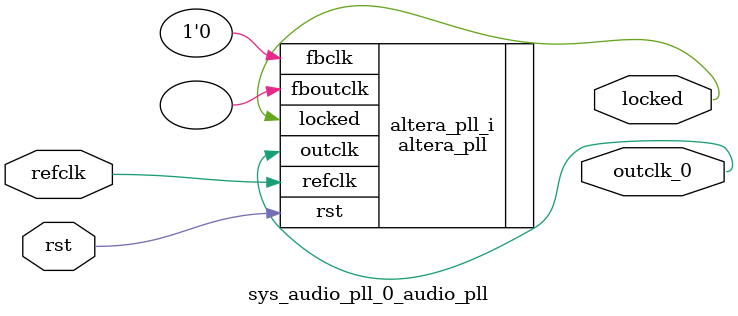
<source format=v>
`timescale 1ns/10ps
module  sys_audio_pll_0_audio_pll(

	// interface 'refclk'
	input wire refclk,

	// interface 'reset'
	input wire rst,

	// interface 'outclk0'
	output wire outclk_0,

	// interface 'locked'
	output wire locked
);

	altera_pll #(
		.fractional_vco_multiplier("false"),
		.reference_clock_frequency("50.0 MHz"),
		.operation_mode("direct"),
		.number_of_clocks(1),
		.output_clock_frequency0("12.288135 MHz"),
		.phase_shift0("0 ps"),
		.duty_cycle0(50),
		.output_clock_frequency1("0 MHz"),
		.phase_shift1("0 ps"),
		.duty_cycle1(50),
		.output_clock_frequency2("0 MHz"),
		.phase_shift2("0 ps"),
		.duty_cycle2(50),
		.output_clock_frequency3("0 MHz"),
		.phase_shift3("0 ps"),
		.duty_cycle3(50),
		.output_clock_frequency4("0 MHz"),
		.phase_shift4("0 ps"),
		.duty_cycle4(50),
		.output_clock_frequency5("0 MHz"),
		.phase_shift5("0 ps"),
		.duty_cycle5(50),
		.output_clock_frequency6("0 MHz"),
		.phase_shift6("0 ps"),
		.duty_cycle6(50),
		.output_clock_frequency7("0 MHz"),
		.phase_shift7("0 ps"),
		.duty_cycle7(50),
		.output_clock_frequency8("0 MHz"),
		.phase_shift8("0 ps"),
		.duty_cycle8(50),
		.output_clock_frequency9("0 MHz"),
		.phase_shift9("0 ps"),
		.duty_cycle9(50),
		.output_clock_frequency10("0 MHz"),
		.phase_shift10("0 ps"),
		.duty_cycle10(50),
		.output_clock_frequency11("0 MHz"),
		.phase_shift11("0 ps"),
		.duty_cycle11(50),
		.output_clock_frequency12("0 MHz"),
		.phase_shift12("0 ps"),
		.duty_cycle12(50),
		.output_clock_frequency13("0 MHz"),
		.phase_shift13("0 ps"),
		.duty_cycle13(50),
		.output_clock_frequency14("0 MHz"),
		.phase_shift14("0 ps"),
		.duty_cycle14(50),
		.output_clock_frequency15("0 MHz"),
		.phase_shift15("0 ps"),
		.duty_cycle15(50),
		.output_clock_frequency16("0 MHz"),
		.phase_shift16("0 ps"),
		.duty_cycle16(50),
		.output_clock_frequency17("0 MHz"),
		.phase_shift17("0 ps"),
		.duty_cycle17(50),
		.pll_type("General"),
		.pll_subtype("General")
	) altera_pll_i (
		.rst	(rst),
		.outclk	({outclk_0}),
		.locked	(locked),
		.fboutclk	( ),
		.fbclk	(1'b0),
		.refclk	(refclk)
	);
endmodule


</source>
